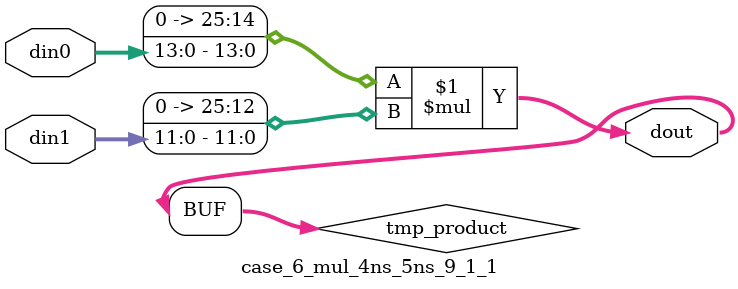
<source format=v>

`timescale 1 ns / 1 ps

 (* use_dsp = "no" *)  module case_6_mul_4ns_5ns_9_1_1(din0, din1, dout);
parameter ID = 1;
parameter NUM_STAGE = 0;
parameter din0_WIDTH = 14;
parameter din1_WIDTH = 12;
parameter dout_WIDTH = 26;

input [din0_WIDTH - 1 : 0] din0; 
input [din1_WIDTH - 1 : 0] din1; 
output [dout_WIDTH - 1 : 0] dout;

wire signed [dout_WIDTH - 1 : 0] tmp_product;
























assign tmp_product = $signed({1'b0, din0}) * $signed({1'b0, din1});











assign dout = tmp_product;





















endmodule

</source>
